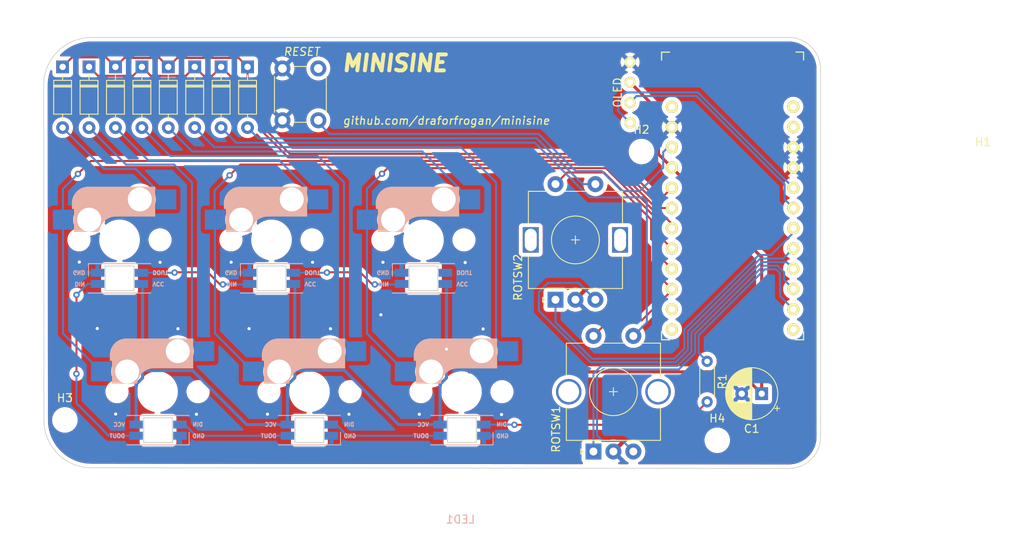
<source format=kicad_pcb>
(kicad_pcb (version 20211014) (generator pcbnew)
  (layers (0 "F.Cu" signal) (31 "B.Cu" signal) (34 "B.Paste" user) (35 "F.Paste" user) (36 "B.SilkS" user "B.Silkscreen") (37 "F.SilkS" user "F.Silkscreen") (38 "B.Mask" user) (39 "F.Mask" user) (44 "Edge.Cuts" user))
  (net 0 "")
  (net 1 "GND")
  (net 2 "Net-(LED4-Pad2)")
  (net 3 "Net-(LED1-Pad2)")
  (net 4 "Net-(LED2-Pad2)")
  (net 5 "Net-(LED3-Pad2)")
  (net 6 "SDA")
  (net 7 "SCL")
  (net 10 "Net-(LED5-Pad2)")
  (net 11 "r0")
  (net 12 "Net-(D1-Pad2)")
  (net 13 "Net-(D2-Pad2)")
  (net 15 "r1")
  (net 17 "Net-(D3-Pad2)")
  (net 18 "SK6812")
  (net 19 "rotarySwitchA_S1")
  (net 20 "Net-(D5-Pad2)")
  (net 21 "Net-(D6-Pad2)")
  (net 22 "rotarySwitchA_S2")
  (net 24 "RESET")
  (net 26 "c0")
  (net 27 "c1")
  (net 28 "switchA_pinB")
  (net 29 "switchA_pinA")
  (net 30 "switchB_pinB")
  (net 31 "switchB_pinA")
  (net 32 "Net-(D4-Pad2)")
  (net 33 "Net-(LED1-Pad4)")
  (net 34 "rotarySwitchB_S1")
  (net 35 "c2")
  (net 37 "+5V")
  (footprint "MountingHole:MountingHole_2.2mm_M2_ISO7380" (layer "F.Cu") (at 170.95 108.19)
    (fp_text reference "H3" (at 0 -2.75) (layer "F.SilkS"))
    (fp_text value "MountingHole")
    (pad "" np_thru_hole circle (at 0 0) (size 2.2 2.2) (drill 2.2) (layers *.Cu *.Mask))
  )
  (footprint "ziggys:ProMicro_v3.5 USB C" (layer "F.Cu") (at 254.65 83.378714)
    (fp_text reference "U1" hide)
    (fp_text value "ProMicro" hide)
    (pad "1" thru_hole circle (at 7.6114 -14.478) (size 1.524 1.524) (drill 0.8128) (layers *.Cu "F.SilkS" "B.Mask"))
    (pad "2" thru_hole circle (at 7.6114 -11.938) (size 1.524 1.524) (drill 0.8128) (layers *.Cu "F.SilkS" "B.Mask"))
    (pad "3" thru_hole circle (at 7.6114 -9.398) (size 1.524 1.524) (drill 0.8128) (layers *.Cu "F.SilkS" "B.Mask") (net 1 "GND"))
    (pad "4" thru_hole circle (at 7.6114 -6.858) (size 1.524 1.524) (drill 0.8128) (layers *.Cu "F.SilkS" "B.Mask") (net 1 "GND"))
    (pad "5" thru_hole circle (at 7.6114 -4.318) (size 1.524 1.524) (drill 0.8128) (layers *.Cu "F.SilkS" "B.Mask") (net 6 "SDA"))
    (pad "6" thru_hole circle (at 7.6114 -1.778) (size 1.524 1.524) (drill 0.8128) (layers *.Cu "F.SilkS" "B.Mask") (net 7 "SCL"))
    (pad "7" thru_hole circle (at 7.6114 0.762) (size 1.524 1.524) (drill 0.8128) (layers *.Cu "F.SilkS" "B.Mask") (net 29 "switchA_pinA"))
    (pad "8" thru_hole circle (at 7.6114 3.302) (size 1.524 1.524) (drill 0.8128) (layers *.Cu "F.SilkS" "B.Mask") (net 28 "switchA_pinB"))
    (pad "9" thru_hole circle (at 7.6114 5.842) (size 1.524 1.524) (drill 0.8128) (layers *.Cu "F.SilkS" "B.Mask") (net 31 "switchB_pinA"))
    (pad "10" thru_hole circle (at 7.6114 8.382) (size 1.524 1.524) (drill 0.8128) (layers *.Cu "F.SilkS" "B.Mask") (net 30 "switchB_pinB"))
    (pad "11" thru_hole circle (at 7.6114 10.922) (size 1.524 1.524) (drill 0.8128) (layers *.Cu "F.SilkS" "B.Mask") (net 18 "SK6812"))
    (pad "12" thru_hole circle (at 7.6114 13.462) (size 1.524 1.524) (drill 0.8128) (layers *.Cu "F.SilkS" "B.Mask"))
    (pad "13" thru_hole circle (at -7.6086 13.462) (size 1.524 1.524) (drill 0.8128) (layers *.Cu "F.SilkS" "B.Mask"))
    (pad "14" thru_hole circle (at -7.6086 10.922) (size 1.524 1.524) (drill 0.8128) (layers *.Cu "F.SilkS" "B.Mask"))
    (pad "15" thru_hole circle (at -7.6086 8.382) (size 1.524 1.524) (drill 0.8128) (layers *.Cu "F.SilkS" "B.Mask") (net 22 "rotarySwitchA_S2"))
    (pad "16" thru_hole circle (at -7.6086 5.842) (size 1.524 1.524) (drill 0.8128) (layers *.Cu "F.SilkS" "B.Mask") (net 35 "c2"))
    (pad "17" thru_hole circle (at -7.6086 3.302) (size 1.524 1.524) (drill 0.8128) (layers *.Cu "F.SilkS" "B.Mask") (net 27 "c1"))
    (pad "18" thru_hole circle (at -7.6086 0.762) (size 1.524 1.524) (drill 0.8128) (layers *.Cu "F.SilkS" "B.Mask") (net 26 "c0"))
    (pad "19" thru_hole circle (at -7.6086 -1.778) (size 1.524 1.524) (drill 0.8128) (layers *.Cu "F.SilkS" "B.Mask") (net 15 "r1"))
    (pad "20" thru_hole circle (at -7.6086 -4.318) (size 1.524 1.524) (drill 0.8128) (layers *.Cu "F.SilkS" "B.Mask") (net 11 "r0"))
    (pad "21" thru_hole circle (at -7.6086 -6.858) (size 1.524 1.524) (drill 0.8128) (layers *.Cu "F.SilkS" "B.Mask") (net 37 "+5V"))
    (pad "22" thru_hole circle (at -7.6086 -9.398) (size 1.524 1.524) (drill 0.8128) (layers *.Cu "F.SilkS" "B.Mask") (net 24 "RESET"))
    (pad "23" thru_hole circle (at -7.6086 -11.938) (size 1.524 1.524) (drill 0.8128) (layers *.Cu "F.SilkS" "B.Mask") (net 1 "GND"))
    (pad "24" thru_hole circle (at -7.6086 -14.478) (size 1.524 1.524) (drill 0.8128) (layers *.Cu "F.SilkS" "B.Mask"))
  )
  (footprint "ziggys:DIODE NO K" (layer "F.Cu") (at 187.224714 63.89 -90)
    (fp_text reference "D6" hide)
    (fp_text value "D")
    (pad "1" thru_hole rect (at 0 0 270) (size 1.6 1.6) (drill 0.8) (layers *.Cu *.Mask) (net 15 "r1"))
    (pad "2" thru_hole oval (at 7.62 0 270) (size 1.6 1.6) (drill 0.8) (layers *.Cu *.Mask) (net 21 "Net-(D6-Pad2)"))
  )
  (footprint "Button_Switch_THT:SW_PUSH_6mm" (layer "F.Cu") (at 202.72 64.09 -90)
    (fp_text reference "RESET" (at -2.1 2.07) (layer "F.SilkS") (effects (font (thickness 0.15) italic)))
    (fp_text value "SW_Push")
    (pad "1" thru_hole circle (at 6.5 0) (size 2 2) (drill 1.1) (layers *.Cu *.Mask) (net 24 "RESET"))
    (pad "1" thru_hole circle (at 0 0) (size 2 2) (drill 1.1) (layers *.Cu *.Mask) (net 24 "RESET"))
    (pad "2" thru_hole circle (at 0 4.5) (size 2 2) (drill 1.1) (layers *.Cu *.Mask) (net 1 "GND"))
    (pad "2" thru_hole circle (at 6.5 4.5) (size 2 2) (drill 1.1) (layers *.Cu *.Mask) (net 1 "GND"))
  )
  (footprint "kicad-footprints:CherryMX_Hotswap" (layer "F.Cu") (at 220.6625 104.648)
    (fp_text reference "MX6" hide)
    (fp_text value "MX-NoLED" hide)
    (pad "" np_thru_hole circle locked (at 2.54 -5.08) (size 3 3) (drill 3) (layers *.Cu *.Mask))
    (pad "" np_thru_hole circle locked (at 5.08 0) (size 1.9 1.9) (drill 1.9) (layers *.Cu *.Mask))
    (pad "" np_thru_hole circle locked (at 0 0 90) (size 4.1 4.1) (drill 4.1) (layers *.Cu *.Mask))
    (pad "" np_thru_hole circle locked (at -3.81 -2.54) (size 3 3) (drill 3) (layers *.Cu *.Mask))
    (pad "" np_thru_hole circle locked (at -5.08 0) (size 1.9 1.9) (drill 1.9) (layers *.Cu *.Mask))
    (pad "1" smd rect locked (at -7.085 -2.54 180) (size 2.55 2.5) (layers "B.Cu" "B.Paste" "B.Mask") (net 35 "c2"))
    (pad "2" smd rect locked (at 5.842 -5.08 180) (size 2.55 2.5) (layers "B.Cu" "B.Paste" "B.Mask") (net 21 "Net-(D6-Pad2)"))
  )
  (footprint "kicad-footprints:CherryMX_Hotswap" (layer "F.Cu") (at 182.5625 104.648)
    (fp_text reference "MX2" hide)
    (fp_text value "MX-NoLED" hide)
    (pad "" np_thru_hole circle locked (at 2.54 -5.08) (size 3 3) (drill 3) (layers *.Cu *.Mask))
    (pad "" np_thru_hole circle locked (at -3.81 -2.54) (size 3 3) (drill 3) (layers *.Cu *.Mask))
    (pad "" np_thru_hole circle locked (at 0 0 90) (size 4.1 4.1) (drill 4.1) (layers *.Cu *.Mask))
    (pad "" np_thru_hole circle locked (at 5.08 0) (size 1.9 1.9) (drill 1.9) (layers *.Cu *.Mask))
    (pad "" np_thru_hole circle locked (at -5.08 0) (size 1.9 1.9) (drill 1.9) (layers *.Cu *.Mask))
    (pad "1" smd rect locked (at -7.085 -2.54 180) (size 2.55 2.5) (layers "B.Cu" "B.Paste" "B.Mask") (net 26 "c0"))
    (pad "2" smd rect locked (at 5.842 -5.08 180) (size 2.55 2.5) (layers "B.Cu" "B.Paste" "B.Mask") (net 13 "Net-(D2-Pad2)"))
  )
  (footprint "Rotary_Encoder:RotaryEncoder_Alps_EC11E-Switch_Vertical_H20mm" (layer "F.Cu") (at 232.45 93.102 90)
    (fp_text reference "ROTSW2" (at 2.8 -4.7 90) (layer "F.SilkS"))
    (fp_text value "RotaryEncoder_Switch")
    (pad "A" thru_hole rect (at 0 0 90) (size 2 2) (drill 1) (layers *.Cu *.Mask) (net 29 "switchA_pinA"))
    (pad "B" thru_hole circle (at 0 5 90) (size 2 2) (drill 1) (layers *.Cu *.Mask) (net 28 "switchA_pinB"))
    (pad "C" thru_hole circle (at 0 2.5 90) (size 2 2) (drill 1) (layers *.Cu *.Mask) (net 1 "GND"))
    (pad "MP" thru_hole rect (at 7.5 -3.1 90) (size 3.2 2) (drill oval 2.8 1.5) (layers *.Cu *.Mask))
    (pad "MP" thru_hole rect (at 7.5 8.1 90) (size 3.2 2) (drill oval 2.8 1.5) (layers *.Cu *.Mask))
    (pad "S1" thru_hole circle (at 14.5 5 90) (size 2 2) (drill 1) (layers *.Cu *.Mask) (net 19 "rotarySwitchA_S1"))
    (pad "S2" thru_hole circle (at 14.5 0 90) (size 2 2) (drill 1) (layers *.Cu *.Mask) (net 22 "rotarySwitchA_S2"))
  )
  (footprint "ziggys:DIODE NO K" (layer "F.Cu") (at 180.6 63.89 -90)
    (fp_text reference "D4" hide)
    (fp_text value "D")
    (pad "1" thru_hole rect (at 0 0 270) (size 1.6 1.6) (drill 0.8) (layers *.Cu *.Mask) (net 15 "r1"))
    (pad "2" thru_hole oval (at 7.62 0 270) (size 1.6 1.6) (drill 0.8) (layers *.Cu *.Mask) (net 32 "Net-(D4-Pad2)"))
  )
  (footprint "MountingHole:MountingHole_2.2mm_M2_ISO7380" (layer "F.Cu") (at 243.23 74.51)
    (fp_text reference "H2" (at 0 -2.75) (layer "F.SilkS"))
    (fp_text value "MountingHole")
    (pad "" np_thru_hole circle (at 0 0) (size 2.2 2.2) (drill 2.2) (layers *.Cu *.Mask))
  )
  (footprint "kicad-footprints:CherryMX_Hotswap" (layer "F.Cu") (at 177.8 85.598)
    (fp_text reference "MX1" hide)
    (fp_text value "MX-NoLED" hide)
    (pad "" np_thru_hole circle locked (at -3.81 -2.54) (size 3 3) (drill 3) (layers *.Cu *.Mask))
    (pad "" np_thru_hole circle locked (at 5.08 0) (size 1.9 1.9) (drill 1.9) (layers *.Cu *.Mask))
    (pad "" np_thru_hole circle locked (at 0 0 90) (size 4.1 4.1) (drill 4.1) (layers *.Cu *.Mask))
    (pad "" np_thru_hole circle locked (at -5.08 0) (size 1.9 1.9) (drill 1.9) (layers *.Cu *.Mask))
    (pad "" np_thru_hole circle locked (at 2.54 -5.08) (size 3 3) (drill 3) (layers *.Cu *.Mask))
    (pad "1" smd rect locked (at -7.085 -2.54 180) (size 2.55 2.5) (layers "B.Cu" "B.Paste" "B.Mask") (net 26 "c0"))
    (pad "2" smd rect locked (at 5.842 -5.08 180) (size 2.55 2.5) (layers "B.Cu" "B.Paste" "B.Mask") (net 12 "Net-(D1-Pad2)"))
  )
  (footprint "ziggys:DIODE NO K" (layer "F.Cu") (at 190.537071 63.89 -90)
    (fp_text reference "D7" hide)
    (fp_text value "D")
    (pad "1" thru_hole rect (at 0 0 270) (size 1.6 1.6) (drill 0.8) (layers *.Cu *.Mask) (net 15 "r1"))
    (pad "2" thru_hole oval (at 7.62 0 270) (size 1.6 1.6) (drill 0.8) (layers *.Cu *.Mask) (net 34 "rotarySwitchB_S1"))
  )
  (footprint "Capacitor_THT:CP_Radial_D6.3mm_P2.50mm" (layer "F.Cu") (at 258.3 104.9 180)
    (fp_text reference "C1" (at 1.25 -4.4) (layer "F.SilkS"))
    (fp_text value "C_Polarized")
    (pad "1" thru_hole rect (at 0 0 180) (size 1.6 1.6) (drill 0.8) (layers *.Cu *.Mask) (net 37 "+5V"))
    (pad "2" thru_hole circle (at 2.5 0 180) (size 1.6 1.6) (drill 0.8) (layers *.Cu *.Mask) (net 1 "GND"))
  )
  (footprint "ziggys:DIODE NO K" (layer "F.Cu") (at 183.912357 63.89 -90)
    (fp_text reference "D5" hide)
    (fp_text value "D")
    (pad "1" thru_hole rect (at 0 0 270) (size 1.6 1.6) (drill 0.8) (layers *.Cu *.Mask) (net 11 "r0"))
    (pad "2" thru_hole oval (at 7.62 0 270) (size 1.6 1.6) (drill 0.8) (layers *.Cu *.Mask) (net 20 "Net-(D5-Pad2)"))
  )
  (footprint "Rotary_Encoder:RotaryEncoder_Alps_EC11E-Switch_Vertical_H20mm_CircularMountingHoles" (layer "F.Cu") (at 237.2125 112.152 90)
    (fp_text reference "ROTSW1" (at 2.8 -4.7 90) (layer "F.SilkS"))
    (fp_text value "RotaryEncoder_Switch")
    (pad "A" thru_hole rect (at 0 0 90) (size 2 2) (drill 1) (layers *.Cu *.Mask) (net 31 "switchB_pinA"))
    (pad "B" thru_hole circle (at 0 5 90) (size 2 2) (drill 1) (layers *.Cu *.Mask) (net 30 "switchB_pinB"))
    (pad "C" thru_hole circle (at 0 2.5 90) (size 2 2) (drill 1) (layers *.Cu *.Mask) (net 1 "GND"))
    (pad "MP" thru_hole circle (at 7.5 -3.1 90) (size 3.2 3.2) (drill 2.6) (layers *.Cu *.Mask))
    (pad "MP" thru_hole circle (at 7.5 8.1 90) (size 3.2 3.2) (drill 2.6) (layers *.Cu *.Mask))
    (pad "S1" thru_hole circle (at 14.5 5 90) (size 2 2) (drill 1) (layers *.Cu *.Mask) (net 34 "rotarySwitchB_S1"))
    (pad "S2" thru_hole circle (at 14.5 0 90) (size 2 2) (drill 1) (layers *.Cu *.Mask) (net 22 "rotarySwitchA_S2"))
  )
  (footprint "MountingHole:MountingHole_2.2mm_M2_ISO7380" (layer "F.Cu") (at 286.045 76.075)
    (fp_text reference "H1" (at 0 -2.75) (layer "F.SilkS"))
    (fp_text value "MountingHole")
    (pad "" np_thru_hole circle (at 0 0) (size 2.2 2.2) (drill 2.2) (layers *.Cu *.Mask))
  )
  (footprint "kicad-footprints:CherryMX_Hotswap" (layer "F.Cu") (at 196.85 85.598)
    (fp_text reference "MX3" hide)
    (fp_text value "MX-NoLED" hide)
    (pad "" np_thru_hole circle locked (at -3.81 -2.54) (size 3 3) (drill 3) (layers *.Cu *.Mask))
    (pad "" np_thru_hole circle locked (at -5.08 0) (size 1.9 1.9) (drill 1.9) (layers *.Cu *.Mask))
    (pad "" np_thru_hole circle locked (at 0 0 90) (size 4.1 4.1) (drill 4.1) (layers *.Cu *.Mask))
    (pad "" np_thru_hole circle locked (at 2.54 -5.08) (size 3 3) (drill 3) (layers *.Cu *.Mask))
    (pad "" np_thru_hole circle locked (at 5.08 0) (size 1.9 1.9) (drill 1.9) (layers *.Cu *.Mask))
    (pad "1" smd rect locked (at -7.085 -2.54 180) (size 2.55 2.5) (layers "B.Cu" "B.Paste" "B.Mask") (net 27 "c1"))
    (pad "2" smd rect locked (at 5.842 -5.08 180) (size 2.55 2.5) (layers "B.Cu" "B.Paste" "B.Mask") (net 17 "Net-(D3-Pad2)"))
  )
  (footprint "Resistor_THT:R_Axial_DIN0204_L3.6mm_D1.6mm_P5.08mm_Horizontal" (layer "F.Cu") (at 251.46 100.838 -90)
    (fp_text reference "R1" (at 2.54 -1.92 90) (layer "F.SilkS"))
    (fp_text value "330")
    (pad "1" thru_hole circle (at 0 0 270) (size 1.4 1.4) (drill 0.7) (layers *.Cu *.Mask) (net 18 "SK6812"))
    (pad "2" thru_hole oval (at 5.08 0 270) (size 1.4 1.4) (drill 0.7) (layers *.Cu *.Mask) (net 33 "Net-(LED1-Pad4)"))
  )
  (footprint "kicad-footprints:CherryMX_Hotswap" (layer "F.Cu") (at 215.9 85.598)
    (fp_text reference "MX5" hide)
    (fp_text value "MX-NoLED" hide)
    (pad "" np_thru_hole circle locked (at -3.81 -2.54) (size 3 3) (drill 3) (layers *.Cu *.Mask))
    (pad "" np_thru_hole circle locked (at 2.54 -5.08) (size 3 3) (drill 3) (layers *.Cu *.Mask))
    (pad "" np_thru_hole circle locked (at 0 0 90) (size 4.1 4.1) (drill 4.1) (layers *.Cu *.Mask))
    (pad "" np_thru_hole circle locked (at 5.08 0) (size 1.9 1.9) (drill 1.9) (layers *.Cu *.Mask))
    (pad "" np_thru_hole circle locked (at -5.08 0) (size 1.9 1.9) (drill 1.9) (layers *.Cu *.Mask))
    (pad "1" smd rect locked (at -7.085 -2.54 180) (size 2.55 2.5) (layers "B.Cu" "B.Paste" "B.Mask") (net 35 "c2"))
    (pad "2" smd rect locked (at 5.842 -5.08 180) (size 2.55 2.5) (layers "B.Cu" "B.Paste" "B.Mask") (net 20 "Net-(D5-Pad2)"))
  )
  (footprint "kicad-footprints:CherryMX_Hotswap" (layer "F.Cu") (at 201.6125 104.648)
    (fp_text reference "MX4" hide)
    (fp_text value "MX-NoLED" hide)
    (pad "" np_thru_hole circle locked (at -3.81 -2.54) (size 3 3) (drill 3) (layers *.Cu *.Mask))
    (pad "" np_thru_hole circle locked (at -5.08 0) (size 1.9 1.9) (drill 1.9) (layers *.Cu *.Mask))
    (pad "" np_thru_hole circle locked (at 5.08 0) (size 1.9 1.9) (drill 1.9) (layers *.Cu *.Mask))
    (pad "" np_thru_hole circle locked (at 2.54 -5.08) (size 3 3) (drill 3) (layers *.Cu *.Mask))
    (pad "" np_thru_hole circle locked (at 0 0 90) (size 4.1 4.1) (drill 4.1) (layers *.Cu *.Mask))
    (pad "1" smd rect locked (at -7.085 -2.54 180) (size 2.55 2.5) (layers "B.Cu" "B.Paste" "B.Mask") (net 27 "c1"))
    (pad "2" smd rect locked (at 5.842 -5.08 180) (size 2.55 2.5) (layers "B.Cu" "B.Paste" "B.Mask") (net 32 "Net-(D4-Pad2)"))
  )
  (footprint "ziggys:DIODE NO K" (layer "F.Cu") (at 173.975286 63.89 -90)
    (fp_text reference "D2" hide)
    (fp_text value "D")
    (pad "1" thru_hole rect (at 0 0 270) (size 1.6 1.6) (drill 0.8) (layers *.Cu *.Mask) (net 15 "r1"))
    (pad "2" thru_hole oval (at 7.62 0 270) (size 1.6 1.6) (drill 0.8) (layers *.Cu *.Mask) (net 13 "Net-(D2-Pad2)"))
  )
  (footprint "MountingHole:MountingHole_2.2mm_M2_ISO7380" (layer "F.Cu") (at 252.73 110.744)
    (fp_text reference "H4" (at 0 -2.75) (layer "F.SilkS"))
    (fp_text value "MountingHole")
    (pad "" np_thru_hole circle (at 0 0) (size 2.2 2.2) (drill 2.2) (layers *.Cu *.Mask))
  )
  (footprint "ziggys:DIODE NO K" (layer "F.Cu") (at 170.662929 63.89 -90)
    (fp_text reference "D1" hide)
    (fp_text value "D")
    (pad "1" thru_hole rect (at 0 0 270) (size 1.6 1.6) (drill 0.8) (layers *.Cu *.Mask) (net 11 "r0"))
    (pad "2" thru_hole oval (at 7.62 0 270) (size 1.6 1.6) (drill 0.8) (layers *.Cu *.Mask) (net 12 "Net-(D1-Pad2)"))
  )
  (footprint "ziggys:DIODE NO K" (layer "F.Cu") (at 177.287643 63.89 -90)
    (fp_text reference "D3" hide)
    (fp_text value "D")
    (pad "1" thru_hole rect (at 0 0 270) (size 1.6 1.6) (drill 0.8) (layers *.Cu *.Mask) (net 11 "r0"))
    (pad "2" thru_hole oval (at 7.62 0 270) (size 1.6 1.6) (drill 0.8) (layers *.Cu *.Mask) (net 17 "Net-(D3-Pad2)"))
  )
  (footprint "kicad-footprints:OLED_v2" (layer "F.Cu") (at 241.8 67.1 90)
    (fp_text reference "OL1")
    (fp_text value "OLED" hide)
    (fp_text user "OLED" (at 0 -1.55 90) (layer "F.SilkS"))
    (pad "1" thru_hole circle locked (at -3.81 0 90) (size 1.397 1.397) (drill 0.8128) (layers *.Cu "F.SilkS" "B.Mask") (net 6 "SDA"))
    (pad "2" thru_hole circle locked (at -1.27 0 90) (size 1.397 1.397) (drill 0.8128) (layers *.Cu "F.SilkS" "B.Mask") (net 7 "SCL"))
    (pad "3" thru_hole circle locked (at 1.27 0 90) (size 1.397 1.397) (drill 0.8128) (layers *.Cu "F.SilkS" "B.Mask") (net 37 "+5V"))
    (pad "4" thru_hole circle locked (at 3.81 0 90) (size 1.397 1.397) (drill 0.8128) (layers *.Cu "F.SilkS" "B.Mask") (net 1 "GND"))
  )
  (footprint "ziggys:DIODE NO K" (layer "F.Cu") (at 193.849433 63.89 -90)
    (fp_text reference "D8" hide)
    (fp_text value "D")
    (pad "1" thru_hole rect (at 0 0 270) (size 1.6 1.6) (drill 0.8) (layers *.Cu *.Mask) (net 11 "r0"))
    (pad "2" thru_hole oval (at 7.62 0 270) (size 1.6 1.6) (drill 0.8) (layers *.Cu *.Mask) (net 19 "rotarySwitchA_S1"))
  )
  (footprint "kicad-footprints:YS-SK6812MINI-E" (layer "B.Cu") (at 201.6 109.474 180)
    (fp_text reference "LED2" hide)
    (fp_text value "YS-SK6812MINI-E")
    (fp_text user "VCC" (at 4.865824 0.70055 unlocked) (layer "B.SilkS") (effects (font (size 0.5 0.5) (thickness 0.125)) (justify mirror)))
    (fp_text user "DOUT" (at 5.116021 -0.72557 unlocked) (layer "B.SilkS") (effects (font (size 0.5 0.5) (thickness 0.125)) (justify mirror)))
    (fp_text user "GND" (at -5.08 -0.736676 unlocked) (layer "B.SilkS") (effects (font (size 0.5 0.5) (thickness 0.125)) (justify mirror)))
    (fp_text user "DIN" (at -4.979418 0.71306 unlocked) (layer "B.SilkS") (effects (font (size 0.5 0.5) (thickness 0.125)) (justify mirror)))
    (fp_line (start 1.8 -1.55) (end 1.8 1.55) (layer "Edge.Cuts") (width 0.12))
    (fp_line (start -1.8 -1.55) (end 1.8 -1.55) (layer "Edge.Cuts") (width 0.12))
    (fp_line (start 1.8 1.55) (end -1.8 1.55) (layer "Edge.Cuts") (width 0.12))
    (fp_line (start -1.8 1.55) (end -1.8 -1.55) (layer "Edge.Cuts") (width 0.12))
    (pad "1" smd rect (at 2.75 0.7 180) (size 1.7 1) (layers "B.Cu" "B.Paste" "B.Mask") (net 37 "+5V"))
    (pad "2" smd rect (at 2.75 -0.7 180) (size 1.7 1) (layers "B.Cu" "B.Paste" "B.Mask") (net 4 "Net-(LED2-Pad2)"))
    (pad "3" smd rect (at -2.75 -0.7 180) (size 1.7 1) (layers "B.Cu" "B.Paste" "B.Mask") (net 1 "GND"))
    (pad "4" smd rect (at -2.75 0.7 180) (size 1.7 1) (layers "B.Cu" "B.Paste" "B.Mask") (net 3 "Net-(LED1-Pad2)"))
  )
  (footprint "kicad-footprints:YS-SK6812MINI-E" (layer "B.Cu") (at 182.626 109.474 180)
    (fp_text reference "LED3" hide)
    (fp_text value "YS-SK6812MINI-E")
    (fp_text user "DIN" (at -4.979418 0.71306 unlocked) (layer "B.SilkS") (effects (font (size 0.5 0.5) (thickness 0.125)) (justify mirror)))
    (fp_text user "DOUT" (at 5.116021 -0.72557 unlocked) (layer "B.SilkS") (effects (font (size 0.5 0.5) (thickness 0.125)) (justify mirror)))
    (fp_text user "GND" (at -5.08 -0.736676 unlocked) (layer "B.SilkS") (effects (font (size 0.5 0.5) (thickness 0.125)) (justify mirror)))
    (fp_text user "VCC" (at 4.865824 0.70055 unlocked) (layer "B.SilkS") (effects (font (size 0.5 0.5) (thickness 0.125)) (justify mirror)))
    (fp_line (start -1.8 1.55) (end -1.8 -1.55) (layer "Edge.Cuts") (width 0.12))
    (fp_line (start -1.8 -1.55) (end 1.8 -1.55) (layer "Edge.Cuts") (width 0.12))
    (fp_line (start 1.8 -1.55) (end 1.8 1.55) (layer "Edge.Cuts") (width 0.12))
    (fp_line (start 1.8 1.55) (end -1.8 1.55) (layer "Edge.Cuts") (width 0.12))
    (pad "1" smd rect (at 2.75 0.7 180) (size 1.7 1) (layers "B.Cu" "B.Paste" "B.Mask") (net 37 "+5V"))
    (pad "2" smd rect (at 2.75 -0.7 180) (size 1.7 1) (layers "B.Cu" "B.Paste" "B.Mask") (net 5 "Net-(LED3-Pad2)"))
    (pad "3" smd rect (at -2.75 -0.7 180) (size 1.7 1) (layers "B.Cu" "B.Paste" "B.Mask") (net 1 "GND"))
    (pad "4" smd rect (at -2.75 0.7 180) (size 1.7 1) (layers "B.Cu" "B.Paste" "B.Mask") (net 4 "Net-(LED2-Pad2)"))
  )
  (footprint "kicad-footprints:YS-SK6812MINI-E" (layer "B.Cu") (at 196.85 90.424)
    (fp_text reference "LED5" hide)
    (fp_text value "YS-SK6812MINI-E")
    (fp_text user "GND" (at -5.08 -0.736676 180 unlocked) (layer "B.SilkS") (effects (font (size 0.5 0.5) (thickness 0.125)) (justify mirror)))
    (fp_text user "DOUT" (at 5.116021 -0.72557 180 unlocked) (layer "B.SilkS") (effects (font (size 0.5 0.5) (thickness 0.125)) (justify mirror)))
    (fp_text user "VCC" (at 4.865824 0.70055 180 unlocked) (layer "B.SilkS") (effects (font (size 0.5 0.5) (thickness 0.125)) (justify mirror)))
    (fp_text user "DIN" (at -4.979418 0.71306 180 unlocked) (layer "B.SilkS") (effects (font (size 0.5 0.5) (thickness 0.125)) (justify mirror)))
    (fp_line (start -1.8 1.55) (end -1.8 -1.55) (layer "Edge.Cuts") (width 0.12))
    (fp_line (start 1.8 -1.55) (end 1.8 1.55) (layer "Edge.Cuts") (width 0.12))
    (fp_line (start -1.8 -1.55) (end 1.8 -1.55) (layer "Edge.Cuts") (width 0.12))
    (fp_line (start 1.8 1.55) (end -1.8 1.55) (layer "Edge.Cuts") (width 0.12))
    (pad "1" smd rect (at 2.75 0.7) (size 1.7 1) (layers "B.Cu" "B.Paste" "B.Mask") (net 37 "+5V"))
    (pad "2" smd rect (at 2.75 -0.7) (size 1.7 1) (layers "B.Cu" "B.Paste" "B.Mask") (net 10 "Net-(LED5-Pad2)"))
    (pad "3" smd rect (at -2.75 -0.7) (size 1.7 1) (layers "B.Cu" "B.Paste" "B.Mask") (net 1 "GND"))
    (pad "4" smd rect (at -2.75 0.7) (size 1.7 1) (layers "B.Cu" "B.Paste" "B.Mask") (net 2 "Net-(LED4-Pad2)"))
  )
  (footprint "kicad-footprints:YS-SK6812MINI-E" (layer "B.Cu") (at 215.9 90.424)
    (fp_text reference "LED6" hide)
    (fp_text value "YS-SK6812MINI-E")
    (fp_text user "DOUT" (at 5.116021 -0.72557 180 unlocked) (layer "B.SilkS") (effects (font (size 0.5 0.5) (thickness 0.125)) (justify mirror)))
    (fp_text user "DIN" (at -4.979418 0.71306 180 unlocked) (layer "B.SilkS") (effects (font (size 0.5 0.5) (thickness 0.125)) (justify mirror)))
    (fp_text user "GND" (at -5.08 -0.736676 180 unlocked) (layer "B.SilkS") (effects (font (size 0.5 0.5) (thickness 0.125)) (justify mirror)))
    (fp_text user "VCC" (at 4.865824 0.70055 180 unlocked) (layer "B.SilkS") (effects (font (size 0.5 0.5) (thickness 0.125)) (justify mirror)))
    (fp_line (start 1.8 -1.55) (end 1.8 1.55) (layer "Edge.Cuts") (width 0.12))
    (fp_line (start -1.8 1.55) (end -1.8 -1.55) (layer "Edge.Cuts") (width 0.12))
    (fp_line (start -1.8 -1.55) (end 1.8 -1.55) (layer "Edge.Cuts") (width 0.12))
    (fp_line (start 1.8 1.55) (end -1.8 1.55) (layer "Edge.Cuts") (width 0.12))
    (pad "1" smd rect (at 2.75 0.7) (size 1.7 1) (layers "B.Cu" "B.Paste" "B.Mask") (net 37 "+5V"))
    (pad "2" smd rect (at 2.75 -0.7) (size 1.7 1) (layers "B.Cu" "B.Paste" "B.Mask"))
    (pad "3" smd rect (at -2.75 -0.7) (size 1.7 1) (layers "B.Cu" "B.Paste" "B.Mask") (net 1 "GND"))
    (pad "4" smd rect (at -2.75 0.7) (size 1.7 1) (layers "B.Cu" "B.Paste" "B.Mask") (net 10 "Net-(LED5-Pad2)"))
  )
  (footprint "kicad-footprints:YS-SK6812MINI-E" (layer "B.Cu") (at 220.726 109.474 180)
    (fp_text reference "LED1" (at 0.2 -11.2) (layer "B.SilkS") (effects (justify mirror)))
    (fp_text value "YS-SK6812MINI-E")
    (fp_text user "DIN" (at -4.979418 0.71306 unlocked) (layer "B.SilkS") (effects (font (size 0.5 0.5) (thickness 0.125)) (justify mirror)))
    (fp_text user "GND" (at -5.08 -0.736676 unlocked) (layer "B.SilkS") (effects (font (size 0.5 0.5) (thickness 0.125)) (justify mirror)))
    (fp_text user "DOUT" (at 5.116021 -0.72557 unlocked) (layer "B.SilkS") (effects (font (size 0.5 0.5) (thickness 0.125)) (justify mirror)))
    (fp_text user "VCC" (at 4.865824 0.70055 unlocked) (layer "B.SilkS") (effects (font (size 0.5 0.5) (thickness 0.125)) (justify mirror)))
    (fp_line (start -1.8 -1.55) (end 1.8 -1.55) (layer "Edge.Cuts") (width 0.12))
    (fp_line (start 1.8 -1.55) (end 1.8 1.55) (layer "Edge.Cuts") (width 0.12))
    (fp_line (start 1.8 1.55) (end -1.8 1.55) (layer "Edge.Cuts") (width 0.12))
    (fp_line (start -1.8 1.55) (end -1.8 -1.55) (layer "Edge.Cuts") (width 0.12))
    (pad "1" smd rect (at 2.75 0.7 180) (size 1.7 1) (layers "B.Cu" "B.Paste" "B.Mask") (net 37 "+5V"))
    (pad "2" smd rect (at 2.75 -0.7 180) (size 1.7 1) (layers "B.Cu" "B.Paste" "B.Mask") (net 3 "Net-(LED1-Pad2)"))
    (pad "3" smd rect (at -2.75 -0.7 180) (size 1.7 1) (layers "B.Cu" "B.Paste" "B.Mask") (net 1 "GND"))
    (pad "4" smd rect (at -2.75 0.7 180) (size 1.7 1) (layers "B.Cu" "B.Paste" "B.Mask") (net 33 "Net-(LED1-Pad4)"))
  )
  (footprint "kicad-footprints:YS-SK6812MINI-E" (layer "B.Cu") (at 177.8 90.424)
    (fp_text reference "LED4" hide)
    (fp_text value "YS-SK6812MINI-E")
    (fp_text user "DOUT" (at 5.116021 -0.72557 180 unlocked) (layer "B.SilkS") (effects (font (size 0.5 0.5) (thickness 0.125)) (justify mirror)))
    (fp_text user "DIN" (at -4.979418 0.71306 180 unlocked) (layer "B.SilkS") (effects (font (size 0.5 0.5) (thickness 0.125)) (justify mirror)))
    (fp_text user "GND" (at -5.08 -0.736676 180 unlocked) (layer "B.SilkS") (effects (font (size 0.5 0.5) (thickness 0.125)) (justify mirror)))
    (fp_text user "VCC" (at 4.865824 0.70055 180 unlocked) (layer "B.SilkS") (effects (font (size 0.5 0.5) (thickness 0.125)) (justify mirror)))
    (fp_line (start -1.8 -1.55) (end 1.8 -1.55) (layer "Edge.Cuts") (width 0.12))
    (fp_line (start 1.8 1.55) (end -1.8 1.55) (layer "Edge.Cuts") (width 0.12))
    (fp_line (start -1.8 1.55) (end -1.8 -1.55) (layer "Edge.Cuts") (width 0.12))
    (fp_line (start 1.8 -1.55) (end 1.8 1.55) (layer "Edge.Cuts") (width 0.12))
    (pad "1" smd rect (at 2.75 0.7) (size 1.7 1) (layers "B.Cu" "B.Paste" "B.Mask") (net 37 "+5V"))
    (pad "2" smd rect (at 2.75 -0.7) (size 1.7 1) (layers "B.Cu" "B.Paste" "B.Mask") (net 2 "Net-(LED4-Pad2)"))
    (pad "3" smd rect (at -2.75 -0.7) (size 1.7 1) (layers "B.Cu" "B.Paste" "B.Mask") (net 1 "GND"))
    (pad "4" smd rect (at -2.75 0.7) (size 1.7 1) (layers "B.Cu" "B.Paste" "B.Mask") (net 5 "Net-(LED3-Pad2)"))
  )
  (gr_arc (start 265.683999 110.236) (mid 264.507005 113.119491) (end 261.61516 114.275808) (layer "Edge.Cuts") (width 0.1))
  (gr_arc (start 168.29 66.21) (mid 170.048821 61.955886) (end 174.304151 60.200009) (layer "Edge.Cuts") (width 0.1))
  (gr_line (start 168.29 66.21) (end 168.320004 108.20894) (layer "Edge.Cuts") (width 0.1))
  (gr_line (start 174.304151 60.200009) (end 261.69 60.2) (layer "Edge.Cuts") (width 0.1))
  (gr_line (start 265.679885 64.220303) (end 265.683999 110.236) (layer "Edge.Cuts") (width 0.1))
  (gr_line (start 261.61516 114.275808) (end 174.3 114.189999) (layer "Edge.Cuts") (width 0.1))
  (gr_arc (start 174.3 114.189999) (mid 170.065245 112.444005) (end 168.320004 108.20894) (layer "Edge.Cuts") (width 0.1))
  (gr_arc (start 261.69 60.2) (mid 264.52205 61.379378) (end 265.679885 64.220303) (layer "Edge.Cuts") (width 0.1))
  (gr_text "github.com/draforfrogan/minisine" (at 218.78 70.64) (layer "F.SilkS") (effects (font (size 1 1) (thickness 0.15) italic)))
  (gr_text "MINISINE" (at 212.33 63.43) (layer "F.SilkS") (effects (font (size 2 2) (thickness 0.5) italic)))
  (via (at 191.79 88.4) (size 0.8) (drill 0.4) (layers "F.Cu" "B.Cu") (net 1))
  (via (at 182.88 88.41) (size 0.8) (drill 0.4) (layers "F.Cu" "B.Cu") (net 1))
  (via (at 223.375 96.78) (size 0.8) (drill 0.4) (layers "F.Cu" "B.Cu") (net 1))
  (via (at 206.56 107.48) (size 0.8) (drill 0.4) (layers "F.Cu" "B.Cu") (net 1))
  (via (at 196.35 107.47) (size 0.8) (drill 0.4) (layers "F.Cu" "B.Cu") (net 1))
  (via (at 175.005 96.72) (size 0.8) (drill 0.4) (layers "F.Cu" "B.Cu") (net 1))
  (via (at 210.82 88.41) (size 0.8) (drill 0.4) (layers "F.Cu" "B.Cu") (net 1))
  (via (at 225.69 107.51) (size 0.8) (drill 0.4) (layers "F.Cu" "B.Cu") (net 1))
  (via (at 215.38 107.48) (size 0.8) (drill 0.4) (layers "F.Cu" "B.Cu") (net 1))
  (via (at 221.13 88.44) (size 0.8) (drill 0.4) (layers "F.Cu" "B.Cu") (net 1))
  (via (at 177.32 107.45) (size 0.8) (drill 0.4) (layers "F.Cu" "B.Cu") (net 1))
  (via (at 202 88.41) (size 0.8) (drill 0.4) (layers "F.Cu" "B.Cu") (net 1))
  (via (at 210.566 94.996) (size 0.8) (drill 0.4) (layers "F.Cu" "B.Cu") (net 1))
  (via (at 185.125 96.75) (size 0.8) (drill 0.4) (layers "F.Cu" "B.Cu") (net 1))
  (via (at 187.44 107.48) (size 0.8) (drill 0.4) (layers "F.Cu" "B.Cu") (net 1))
  (via (at 172.76 88.38) (size 0.8) (drill 0.4) (layers "F.Cu" "B.Cu") (net 1))
  (via (at 194.035 96.74) (size 0.8) (drill 0.4) (layers "F.Cu" "B.Cu") (net 1))
  (via (at 204.245 96.75) (size 0.8) (drill 0.4) (layers "F.Cu" "B.Cu") (net 1))
  (segment (start 190.754 91.186) (end 190.386 91.186) (width 0.25) (layer "F.Cu") (net 2))
  (segment (start 190.386 91.186) (end 188.862 89.662) (width 0.25) (layer "F.Cu") (net 2))
  (segment (start 188.862 89.662) (end 184.738 89.662) (width 0.25) (layer "F.Cu") (net 2))
  (segment (start 184.738 89.662) (end 184.7 89.7) (width 0.25) (layer "F.Cu") (net 2))
  (via (at 190.754 91.186) (size 0.8) (drill 0.4) (layers "F.Cu" "B.Cu") (net 2))
  (via (at 184.7 89.7) (size 0.8) (drill 0.4) (layers "F.Cu" "B.Cu") (net 2))
  (segment (start 190.754 91.186) (end 194.038 91.186) (width 0.25) (layer "B.Cu") (net 2))
  (segment (start 194.038 91.186) (end 194.1 91.124) (width 0.25) (layer "B.Cu") (net 2))
  (segment (start 184.676 89.724) (end 184.7 89.7) (width 0.25) (layer "B.Cu") (net 2))
  (segment (start 180.55 89.724) (end 184.676 89.724) (width 0.25) (layer "B.Cu") (net 2))
  (segment (start 206.349022 110.174) (end 204.949022 108.774) (width 0.25) (layer "B.Cu") (net 3))
  (segment (start 217.976 110.174) (end 206.349022 110.174) (width 0.25) (layer "B.Cu") (net 3))
  (segment (start 187.375022 110.174) (end 185.975022 108.774) (width 0.25) (layer "B.Cu") (net 4))
  (segment (start 198.85 110.174) (end 187.375022 110.174) (width 0.25) (layer "B.Cu") (net 4))
  (segment (start 172.4 102.4) (end 172.4 92.5) (width 0.25) (layer "F.Cu") (net 5))
  (via (at 172.4 102.4) (size 0.8) (drill 0.4) (layers "F.Cu" "B.Cu") (net 5))
  (via (at 172.4 92.5) (size 0.8) (drill 0.4) (layers "F.Cu" "B.Cu") (net 5))
  (segment (start 179.876 110.174) (end 176.437386 110.174) (width 0.25) (layer "B.Cu") (net 5))
  (segment (start 176.437386 110.174) (end 175.763489 109.500103) (width 0.25) (layer "B.Cu") (net 5))
  (segment (start 172.4 106.1) (end 172.4 102.4) (width 0.25) (layer "B.Cu") (net 5))
  (segment (start 173.776 91.124) (end 175.05 91.124) (width 0.25) (layer "B.Cu") (net 5))
  (segment (start 175.763489 109.500103) (end 175.763489 109.463489) (width 0.25) (layer "B.Cu") (net 5))
  (segment (start 175.763489 109.463489) (end 172.4 106.1) (width 0.25) (layer "B.Cu") (net 5))
  (segment (start 172.4 92.5) (end 173.776 91.124) (width 0.25) (layer "B.Cu") (net 5))
  (segment (start 241.07 67.1) (end 250.300686 67.1) (width 0.25) (layer "B.Cu") (net 6))
  (segment (start 241.8 70.91) (end 240.3 69.41) (width 0.25) (layer "B.Cu") (net 6))
  (segment (start 240.3 69.41) (end 240.3 67.87) (width 0.25) (layer "B.Cu") (net 6))
  (segment (start 240.3 67.87) (end 241.07 67.1) (width 0.25) (layer "B.Cu") (net 6))
  (segment (start 250.300686 67.1) (end 262.2614 79.060714) (width 0.25) (layer "B.Cu") (net 6))
  (segment (start 242.62048 67.54952) (end 250.114488 67.54952) (width 0.25) (layer "B.Cu") (net 7))
  (segment (start 261.174889 78.609921) (end 261.174889 80.514203) (width 0.25) (layer "B.Cu") (net 7))
  (segment (start 250.114488 67.54952) (end 261.174889 78.609921) (width 0.25) (layer "B.Cu") (net 7))
  (segment (start 261.174889 80.514203) (end 262.2614 81.600714) (width 0.25) (layer "B.Cu") (net 7))
  (segment (start 241.8 68.37) (end 242.62048 67.54952) (width 0.25) (layer "B.Cu") (net 7))
  (segment (start 203.838 89.662) (end 203.8 89.7) (width 0.25) (layer "F.Cu") (net 10))
  (segment (start 209.804 91.186) (end 209.486 91.186) (width 0.25) (layer "F.Cu") (net 10))
  (segment (start 207.962 89.662) (end 203.838 89.662) (width 0.25) (layer "F.Cu") (net 10))
  (segment (start 209.486 91.186) (end 207.962 89.662) (width 0.25) (layer "F.Cu") (net 10))
  (via (at 203.8 89.7) (size 0.8) (drill 0.4) (layers "F.Cu" "B.Cu") (net 10))
  (via (at 209.804 91.186) (size 0.8) (drill 0.4) (layers "F.Cu" "B.Cu") (net 10))
  (segment (start 199.65 89.724) (end 203.776 89.724) (width 0.25) (layer "B.Cu") (net 10))
  (segment (start 209.804 91.186) (end 213.138 91.186) (width 0.25) (layer "B.Cu") (net 10))
  (segment (start 213.138 91.186) (end 213.2 91.124) (width 0.25) (layer "B.Cu") (net 10))
  (segment (start 203.776 89.724) (end 203.8 89.7) (width 0.25) (layer "B.Cu") (net 10))
  (segment (start 193.849433 66.566644) (end 195.834 68.551211) (width 0.25) (layer "F.Cu") (net 11))
  (segment (start 192.724922 62.765489) (end 193.849433 63.89) (width 0.25) (layer "F.Cu") (net 11))
  (segment (start 199.133718 74.8) (end 239.523558 74.8) (width 0.25) (layer "F.Cu") (net 11))
  (segment (start 245.241558 80.518) (end 245.584114 80.518) (width 0.25) (layer "F.Cu") (net 11))
  (segment (start 193.849433 63.913716) (end 193.849433 66.566644) (width 0.25) (layer "F.Cu") (net 11))
  (segment (start 176.097643 62.7) (end 177.287643 63.89) (width 0.25) (layer "F.Cu") (net 11))
  (segment (start 185.036868 62.765489) (end 192.724922 62.765489) (width 0.25) (layer "F.Cu") (net 11))
  (segment (start 178.412154 62.765489) (end 182.787846 62.765489) (width 0.25) (layer "F.Cu") (net 11))
  (segment (start 239.523558 74.8) (end 245.241558 80.518) (width 0.25) (layer "F.Cu") (net 11))
  (segment (start 177.287643 63.89) (end 178.412154 62.765489) (width 0.25) (layer "F.Cu") (net 11))
  (segment (start 170.662929 63.89) (end 171.852929 62.7) (width 0.25) (layer "F.Cu") (net 11))
  (segment (start 195.834 71.500282) (end 199.133718 74.8) (width 0.25) (layer "F.Cu") (net 11))
  (segment (start 195.834 68.551211) (end 195.834 71.500282) (width 0.25) (layer "F.Cu") (net 11))
  (segment (start 183.912357 63.89) (end 185.036868 62.765489) (width 0.25) (layer "F.Cu") (net 11))
  (segment (start 245.584114 80.518) (end 247.0414 79.060714) (width 0.25) (layer "F.Cu") (net 11))
  (segment (start 182.787846 62.765489) (end 183.912357 63.89) (width 0.25) (layer "F.Cu") (net 11))
  (segment (start 171.852929 62.7) (end 176.097643 62.7) (width 0.25) (layer "F.Cu") (net 11))
  (segment (start 175.852929 76.7) (end 170.662929 71.51) (width 0.25) (layer "B.Cu") (net 12))
  (segment (start 179.824 76.7) (end 175.852929 76.7) (width 0.25) (layer "B.Cu") (net 12))
  (segment (start 183.642 80.518) (end 179.824 76.7) (width 0.25) (layer "B.Cu") (net 12))
  (segment (start 188.4045 99.568) (end 186.8795 98.043) (width 0.25) (layer "B.Cu") (net 13))
  (segment (start 178.615766 76.15048) (end 173.975286 71.51) (width 0.25) (layer "B.Cu") (net 13))
  (segment (start 186.8795 78.3795) (end 184.65048 76.15048) (width 0.25) (layer "B.Cu") (net 13))
  (segment (start 184.65048 76.15048) (end 178.615766 76.15048) (width 0.25) (layer "B.Cu") (net 13))
  (segment (start 186.8795 98.043) (end 186.8795 78.3795) (width 0.25) (layer "B.Cu") (net 13))
  (segment (start 188.334714 65) (end 189.427071 65) (width 0.25) (layer "F.Cu") (net 15))
  (segment (start 198.94752 75.24952) (end 239.33736 75.24952) (width 0.25) (layer "F.Cu") (net 15))
  (segment (start 239.33736 75.24952) (end 245.688554 81.600714) (width 0.25) (layer "F.Cu") (net 15))
  (segment (start 180.6 63.89) (end 181.724511 65.014511) (width 0.25) (layer "F.Cu") (net 15))
  (segment (start 181.724511 65.014511) (end 186.100203 65.014511) (width 0.25) (layer "F.Cu") (net 15))
  (segment (start 190.537071 63.89) (end 195.38448 68.737409) (width 0.25) (layer "F.Cu") (net 15))
  (segment (start 189.427071 65) (end 190.537071 63.89) (width 0.25) (layer "F.Cu") (net 15))
  (segment (start 173.975286 63.89) (end 175.099797 65.014511) (width 0.25) (layer "F.Cu") (net 15))
  (segment (start 175.099797 65.014511) (end 179.475489 65.014511) (width 0.25) (layer "F.Cu") (net 15))
  (segment (start 187.224714 63.89) (end 188.334714 65) (width 0.25) (layer "F.Cu") (net 15))
  (segment (start 245.688554 81.600714) (end 247.0414 81.600714) (width 0.25) (layer "F.Cu") (net 15))
  (segment (start 186.100203 65.014511) (end 187.224714 63.89) (width 0.25) (layer "F.Cu") (net 15))
  (segment (start 195.38448 68.737409) (end 195.38448 71.68648) (width 0.25) (layer "F.Cu") (net 15))
  (segment (start 195.38448 71.68648) (end 198.94752 75.24952) (width 0.25) (layer "F.Cu") (net 15))
  (segment (start 179.475489 65.014511) (end 180.6 63.89) (width 0.25) (layer "F.Cu") (net 15))
  (segment (start 197.80096 75.60096) (end 181.378603 75.60096) (width 0.25) (layer "B.Cu") (net 17))
  (segment (start 202.7 80.5) (end 197.80096 75.60096) (width 0.25) (layer "B.Cu") (net 17))
  (segment (start 181.378603 75.60096) (end 177.287643 71.51) (width 0.25) (layer "B.Cu") (net 17))
  (segment (start 260.604 92.643314) (end 260.604 89.789718) (width 0.25) (layer "B.Cu") (net 18))
  (segment (start 250.4 99.778) (end 251.46 100.838) (width 0.25) (layer "B.Cu") (net 18))
  (segment (start 260.604 89.789718) (end 260.104036 89.289754) (width 0.25) (layer "B.Cu") (net 18))
  (segment (start 250.4 97.58) (end 250.4 99.778) (width 0.25) (layer "B.Cu") (net 18))
  (segment (start 250.4 97.58) (end 258.690247 89.289754) (width 0.25) (layer "B.Cu") (net 18))
  (segment (start 262.2614 94.300714) (end 260.604 92.643314) (width 0.25) (layer "B.Cu") (net 18))
  (segment (start 260.104036 89.289754) (end 258.690247 89.289754) (width 0.25) (layer "B.Cu") (net 18))
  (segment (start 230.094498 72.85336) (end 195.192793 72.85336) (width 0.25) (layer "B.Cu") (net 19))
  (segment (start 237.45 78.602) (end 235.843138 78.602) (width 0.25) (layer "B.Cu") (net 19))
  (segment (start 235.843138 78.602) (end 230.094498 72.85336) (width 0.25) (layer "B.Cu") (net 19))
  (segment (start 195.192793 72.85336) (end 193.849433 71.51) (width 0.25) (layer "B.Cu") (net 19))
  (segment (start 221.7625 80.50675) (end 215.75767 74.50192) (width 0.25) (layer "B.Cu") (net 20))
  (segment (start 186.904277 74.50192) (end 183.912357 71.51) (width 0.25) (layer "B.Cu") (net 20))
  (segment (start 215.75767 74.50192) (end 186.904277 74.50192) (width 0.25) (layer "B.Cu") (net 20))
  (segment (start 220.58415 73.9524) (end 189.667114 73.9524) (width 0.25) (layer "B.Cu") (net 21))
  (segment (start 226.525 99.55675) (end 225 98.03175) (width 0.25) (layer "B.Cu") (net 21))
  (segment (start 225 98.03175) (end 225 78.36825) (width 0.25) (layer "B.Cu") (net 21))
  (segment (start 189.667114 73.9524) (end 187.224714 71.51) (width 0.25) (layer "B.Cu") (net 21))
  (segment (start 225 78.36825) (end 220.58415 73.9524) (width 0.25) (layer "B.Cu") (net 21))
  (segment (start 247.1214 91.840714) (end 243.262114 95.7) (width 0.25) (layer "F.Cu") (net 22))
  (segment (start 238.551148 77.1476) (end 244.44096 83.037412) (width 0.25) (layer "F.Cu") (net 22))
  (segment (start 243.262114 95.7) (end 239.1645 95.7) (width 0.25) (layer "F.Cu") (net 22))
  (segment (start 245.09048 86.14265) (end 245.090481 88.046933) (width 0.25) (layer "F.Cu") (net 22))
  (segment (start 245.090481 88.046933) (end 245.58 88.536452) (width 0.25) (layer "F.Cu") (net 22))
  (segment (start 232.45 78.602) (end 233.9044 77.1476) (width 0.25) (layer "F.Cu") (net 22))
  (segment (start 233.9044 77.1476) (end 238.551148 77.1476) (width 0.25) (layer "F.Cu") (net 22))
  (segment (start 245.58 88.536452) (end 245.58 90.299314) (width 0.25) (layer "F.Cu") (net 22))
  (segment (start 245.58 90.299314) (end 247.1214 91.840714) (width 0.25) (layer "F.Cu") (net 22))
  (segment (start 244.440961 85.493131) (end 245.09048 86.14265) (width 0.25) (layer "F.Cu") (net 22))
  (segment (start 244.44096 83.037412) (end 244.440961 85.493131) (width 0.25) (layer "F.Cu") (net 22))
  (segment (start 239.1645 95.7) (end 237.2125 97.652) (width 0.25) (layer "F.Cu") (net 22))
  (segment (start 202.72 70.59) (end 202.72 70.894) (width 0.25) (layer "B.Cu") (net 24))
  (segment (start 245.954889 76.545111) (end 245.954889 74.585111) (width 0.25) (layer "B.Cu") (net 24))
  (segment (start 204.12984 72.30384) (end 230.322117 72.303841) (width 0.25) (layer "B.Cu") (net 24))
  (segment (start 243.023009 79.476991) (end 245.954889 76.545111) (width 0.25) (layer "B.Cu") (net 24))
  (segment (start 234.980276 76.962) (end 238.252 76.962) (width 0.25) (layer "B.Cu") (net 24))
  (segment (start 246.559286 73.980714) (end 247.0414 73.980714) (width 0.25) (layer "B.Cu") (net 24))
  (segment (start 230.322117 72.303841) (end 234.980276 76.962) (width 0.25) (layer "B.Cu") (net 24))
  (segment (start 245.954889 74.585111) (end 246.559286 73.980714) (width 0.25) (layer "B.Cu") (net 24))
  (segment (start 238.252 76.962) (end 240.766991 79.476991) (width 0.25) (layer "B.Cu") (net 24))
  (segment (start 240.766991 79.476991) (end 243.023009 79.476991) (width 0.25) (layer "B.Cu") (net 24))
  (segment (start 202.72 70.894) (end 204.12984 72.30384) (width 0.25) (layer "B.Cu") (net 24))
  (segment (start 172.585 77.315) (end 174.20096 75.69904) (width 0.25) (layer "F.Cu") (net 26))
  (segment (start 239.151161 75.69904) (end 247.0414 83.589279) (width 0.25) (layer "F.Cu") (net 26))
  (segment (start 174.20096 75.69904) (end 239.151161 75.69904) (width 0.25) (layer "F.Cu") (net 26))
  (segment (start 247.0414 83.589279) (end 247.0414 84.140714) (width 0.25) (layer "F.Cu") (net 26))
  (via (at 172.585 77.315) (size 0.8) (drill 0.4) (layers "F.Cu" "B.Cu") (net 26))
  (segment (start 170.7 79.2) (end 172.585 77.315) (width 0.25) (layer "B.Cu") (net 26))
  (segment (start 175.4775 102.108) (end 170.715 97.3455) (width 0.25) (layer "B.Cu") (net 26))
  (segment (start 170.7 83.073) (end 170.7 79.2) (width 0.25) (layer "B.Cu") (net 26))
  (segment (start 170.715 97.3455) (end 170.715 83.058) (width 0.25) (layer "B.Cu") (net 26))
  (segment (start 192.95144 76.14856) (end 238.964963 76.14856) (width 0.25) (layer "F.Cu") (net 27))
  (segment (start 238.964963 76.14856) (end 245.44 82.623597) (width 0.25) (layer "F.Cu") (net 27))
  (segment (start 245.44 82.623597) (end 245.44 85.079314) (width 0.25) (layer "F.Cu") (net 27))
  (segment (start 191.6 77.5) (end 192.95144 76.14856) (width 0.25) (layer "F.Cu") (net 27))
  (segment (start 245.44 85.079314) (end 247.0414 86.680714) (width 0.25) (layer "F.Cu") (net 27))
  (via (at 191.6 77.5) (size 0.8) (drill 0.4) (layers "F.Cu" "B.Cu") (net 27))
  (segment (start 189.715 79.385) (end 191.6 77.5) (width 0.25) (layer "B.Cu") (net 27))
  (segment (start 194.5275 102.108) (end 189.765 97.3455) (width 0.25) (layer "B.Cu") (net 27))
  (segment (start 189.765 97.3455) (end 189.765 83.058) (width 0.25) (layer "B.Cu") (net 27))
  (segment (start 189.715 83.258) (end 189.715 79.385) (width 0.25) (layer "B.Cu") (net 27))
  (segment (start 237.45 93.102) (end 235.348 91) (width 0.25) (layer "B.Cu") (net 28))
  (segment (start 235.348 91) (end 231.513 91) (width 0.25) (layer "B.Cu") (net 28))
  (segment (start 261.00092 87.941194) (end 262.2614 86.680714) (width 0.25) (layer "B.Cu") (net 28))
  (segment (start 236.84496 100.95496) (end 247.531604 100.95496) (width 0.25) (layer "B.Cu") (net 28))
  (segment (start 230.378 94.488) (end 236.84496 100.95496) (width 0.25) (layer "B.Cu") (net 28))
  (segment (start 231.513 91) (end 230.378 92.135) (width 0.25) (layer "B.Cu") (net 28))
  (segment (start 249.05144 97.021408) (end 258.131654 87.941194) (width 0.25) (layer "B.Cu") (net 28))
  (segment (start 249.05144 99.435124) (end 249.05144 97.021408) (width 0.25) (layer "B.Cu") (net 28))
  (segment (start 247.531604 100.95496) (end 249.05144 99.435124) (width 0.25) (layer "B.Cu") (net 28))
  (segment (start 230.378 92.135) (end 230.378 94.488) (width 0.25) (layer "B.Cu") (net 28))
  (segment (start 258.131654 87.941194) (end 261.00092 87.941194) (width 0.25) (layer "B.Cu") (net 28))
  (segment (start 248.60192 99.248926) (end 248.60192 96.835212) (width 0.25) (layer "B.Cu") (net 29))
  (segment (start 257.945458 87.491674) (end 259.472326 87.491674) (width 0.25) (layer "B.Cu") (net 29))
  (segment (start 232.45 95.924282) (end 237.031158 100.50544) (width 0.25) (layer "B.Cu") (net 29))
  (segment (start 247.345406 100.50544) (end 248.60192 99.248926) (width 0.25) (layer "B.Cu") (net 29))
  (segment (start 232.45 93.102) (end 232.45 95.924282) (width 0.25) (layer "B.Cu") (net 29))
  (segment (start 237.031158 100.50544) (end 247.345406 100.50544) (width 0.25) (layer "B.Cu") (net 29))
  (segment (start 259.472326 87.491674) (end 262.2614 84.7026) (width 0.25) (layer "B.Cu") (net 29))
  (segment (start 262.2614 84.7026) (end 262.2614 84.140714) (width 0.25) (layer "B.Cu") (net 29))
  (segment (start 248.60192 96.835212) (end 257.945458 87.491674) (width 0.25) (layer "B.Cu") (net 29))
  (segment (start 260.290234 88.840234) (end 258.504049 88.840234) (width 0.25) (layer "B.Cu") (net 30))
  (segment (start 237.66202 102.571698) (end 237.66202 110.15402) (width 0.25) (layer "B.Cu") (net 30))
  (segment (start 262.2614 91.760714) (end 261.112 90.611314) (width 0.25) (layer "B.Cu") (net 30))
  (segment (start 249.95048 99.80752) (end 247.904 101.854) (width 0.25) (layer "B.Cu") (net 30))
  (segment (start 249.95048 97.393803) (end 249.95048 99.80752) (width 0.25) (layer "B.Cu") (net 30))
  (segment (start 240.887989 110.827489) (end 242.2125 112.152) (width 0.25) (layer "B.Cu") (net 30))
  (segment (start 238.335489 110.827489) (end 240.887989 110.827489) (width 0.25) (layer "B.Cu") (net 30))
  (segment (start 237.66202 110.15402) (end 238.335489 110.827489) (width 0.25) (layer "B.Cu") (net 30))
  (segment (start 261.112 89.662) (end 260.290234 88.840234) (width 0.25) (layer "B.Cu") (net 30))
  (segment (start 261.112 90.611314) (end 261.112 89.662) (width 0.25) (layer "B.Cu") (net 30))
  (segment (start 247.904 101.854) (end 238.379718 101.854) (width 0.25) (layer "B.Cu") (net 30))
  (segment (start 238.379718 101.854) (end 237.66202 102.571698) (width 0.25) (layer "B.Cu") (net 30))
  (segment (start 249.95048 97.393803) (end 258.504049 88.840234) (width 0.25) (layer "B.Cu") (net 30))
  (segment (start 247.717802 101.40448) (end 249.50096 99.621322) (width 0.25) (layer "B.Cu") (net 31))
  (segment (start 258.317851 88.390714) (end 261.4314 88.390714) (width 0.25) (layer "B.Cu") (net 31))
  (segment (start 261.4314 88.390714) (end 262.2614 89.220714) (width 0.25) (layer "B.Cu") (net 31))
  (segment (start 249.50096 99.621322) (end 249.50096 97.207605) (width 0.25) (layer "B.Cu") (net 31))
  (segment (start 237.2125 102.3855) (end 238.19352 101.40448) (width 0.25) (layer "B.Cu") (net 31))
  (segment (start 238.19352 101.40448) (end 247.717802 101.40448) (width 0.25) (layer "B.Cu") (net 31))
  (segment (start 249.50096 97.207605) (end 258.317851 88.390714) (width 0.25) (layer "B.Cu") (net 31))
  (segment (start 237.2125 112.152) (end 237.2125 102.3855) (width 0.25) (layer "B.Cu") (net 31))
  (segment (start 207.4625 99.55) (end 205.9375 98.025) (width 0.25) (layer "B.Cu") (net 32))
  (segment (start 205.9375 78.3615) (end 202.62744 75.05144) (width 0.25) (layer "B.Cu") (net 32))
  (segment (start 205.9375 98.025) (end 205.9375 78.3615) (width 0.25) (layer "B.Cu") (net 32))
  (segment (start 184.14144 75.05144) (end 180.6 71.51) (width 0.25) (layer "B.Cu") (net 32))
  (segment (start 202.62744 75.05144) (end 184.14144 75.05144) (width 0.25) (layer "B.Cu") (net 32))
  (segment (start 248.578 108.8) (end 227.3 108.8) (width 0.25) (layer "F.Cu") (net 33))
  (segment (start 251.46 105.918) (end 248.578 108.8) (width 0.25) (layer "F.Cu") (net 33))
  (via (at 227.3 108.8) (size 0.8) (drill 0.4) (layers "F.Cu" "B.Cu") (net 33))
  (segment (start 227.3 108.8) (end 227.274 108.774) (width 0.25) (layer "B.Cu") (net 33))
  (segment (start 227.274 108.774) (end 223.476 108.774) (width 0.25) (layer "B.Cu") (net 33))
  (segment (start 229.86688 73.40288) (end 192.429951 73.40288) (width 0.25) (layer "B.Cu") (net 34))
  (segment (start 243.9 80.8) (end 243.364 80.264) (width 0.25) (layer "B.Cu") (net 34))
  (segment (start 243.364 80.264) (end 236.728 80.264) (width 0.25) (layer "B.Cu") (net 34))
  (segment (start 242.2125 97.652) (end 243.9 95.9645) (width 0.25) (layer "B.Cu") (net 34))
  (segment (start 192.429951 73.40288) (end 190.537071 71.51) (width 0.25) (layer "B.Cu") (net 34))
  (segment (start 243.9 95.9645) (end 243.9 80.8) (width 0.25) (layer "B.Cu") (net 34))
  (segment (start 236.728 80.264) (end 229.86688 73.40288) (width 0.25) (layer "B.Cu") (net 34))
  (segment (start 244.99048 82.809794) (end 244.99048 85.265512) (width 0.25) (layer "F.Cu") (net 35))
  (segment (start 245.64 87.819314) (end 247.0414 89.220714) (width 0.25) (layer "F.Cu") (net 35))
  (segment (start 211.40192 76.59808) (end 238.778767 76.598081) (width 0.25) (layer "F.Cu") (net 35))
  (segment (start 244.99048 85.265512) (end 245.64 85.915032) (width 0.25) (layer "F.Cu") (net 35))
  (segment (start 210.7 77.3) (end 211.40192 76.59808) (width 0.25) (layer "F.Cu") (net 35))
  (segment (start 245.64 85.915032) (end 245.64 87.819314) (width 0.25) (layer "F.Cu") (net 35))
  (segment (start 238.778767 76.598081) (end 244.99048 82.809794) (width 0.25) (layer "F.Cu") (net 35))
  (via (at 210.7 77.3) (size 0.8) (drill 0.4) (layers "F.Cu" "B.Cu") (net 35))
  (segment (start 213.5775 102.108) (end 208.815 97.3455) (width 0.25) (layer "B.Cu") (net 35))
  (segment (start 208.815 79.185) (end 210.7 77.3) (width 0.25) (layer "B.Cu") (net 35))
  (segment (start 208.815 83.058) (end 208.815 79.185) (width 0.25) (layer "B.Cu") (net 35))
  (segment (start 208.815 97.3455) (end 208.815 83.058) (width 0.25) (layer "B.Cu") (net 35))
  (segment (start 255.557979 102.157979) (end 221.647979 102.157979) (width 0.381) (layer "F.Cu") (net 37))
  (segment (start 247.0414 76.520714) (end 258.3 87.779314) (width 0.381) (layer "F.Cu") (net 37))
  (segment (start 258.3 87.779314) (end 258.3 104.9) (width 0.381) (layer "F.Cu") (net 37))
  (segment (start 245.364 69.394) (end 245.364 74.843314) (width 0.381) (layer "F.Cu") (net 37))
  (segment (start 245.364 74.843314) (end 247.0414 76.520714) (width 0.381) (layer "F.Cu") (net 37))
  (segment (start 258.3 104.9) (end 255.557979 102.157979) (width 0.381) (layer "F.Cu") (net 37))
  (segment (start 221.647979 102.157979) (end 218.792521 99.302521) (width 0.381) (layer "F.Cu") (net 37))
  (segment (start 241.8 65.83) (end 245.364 69.394) (width 0.381) (layer "F.Cu") (net 37))
  (via (at 218.792521 99.302521) (size 0.8) (drill 0.4) (layers "F.Cu" "B.Cu") (net 37))
  (segment (start 217.976 108.774) (end 212.784288 108.774) (width 0.381) (layer "B.Cu") (net 37))
  (segment (start 218.792521 102.911584) (end 218.792521 99.302521) (width 0.381) (layer "B.Cu") (net 37))
  (segment (start 198.85 108.774) (end 198.85 103.804105) (width 0.381) (layer "B.Cu") (net 37))
  (segment (start 217.976 108.774) (end 217.976 103.728105) (width 0.381) (layer "B.Cu") (net 37))
  (segment (start 198.85 108.774) (end 193.734288 108.774) (width 0.381) (layer "B.Cu") (net 37))
  (segment (start 205.970288 101.96) (end 199.77 101.96) (width 0.381) (layer "B.Cu") (net 37))
  (segment (start 180.692521 91.266521) (end 180.55 91.124) (width 0.381) (layer "B.Cu") (net 37))
  (segment (start 199.77 101.96) (end 199.77 91.63) (width 0.381) (layer "B.Cu") (net 37))
  (segment (start 217.976 103.728105) (end 218.792521 102.911584) (width 0.381) (layer "B.Cu") (net 37))
  (segment (start 180.692521 102.911584) (end 180.692521 101.997479) (width 0.381) (layer "B.Cu") (net 37))
  (segment (start 179.876 108.774) (end 179.876 103.728105) (width 0.381) (layer "B.Cu") (net 37))
  (segment (start 218.792521 91.266521) (end 218.65 91.124) (width 0.381) (layer "B.Cu") (net 37))
  (segment (start 198.85 103.804105) (end 199.77 102.884105) (width 0.381) (layer "B.Cu") (net 37))
  (segment (start 212.784288 108.774) (end 205.970288 101.96) (width 0.381) (layer "B.Cu") (net 37))
  (segment (start 186.957767 101.997479) (end 180.692521 101.997479) (width 0.381) (layer "B.Cu") (net 37))
  (segment (start 180.692521 101.997479) (end 180.692521 91.266521) (width 0.381) (layer "B.Cu") (net 37))
  (segment (start 218.792521 99.302521) (end 218.792521 91.266521) (width 0.381) (layer "B.Cu") (net 37))
  (segment (start 193.734288 108.774) (end 186.957767 101.997479) (width 0.381) (layer "B.Cu") (net 37))
  (segment (start 199.77 102.884105) (end 199.77 101.96) (width 0.381) (layer "B.Cu") (net 37))
  (segment (start 179.876 103.728105) (end 180.692521 102.911584) (width 0.381) (layer "B.Cu") (net 37))
  (zone (net 1) (net_name "GND") (layer "F.Cu") (connect_pads (clearance 0.508)) (min_thickness 0.254) (fill yes (thermal_gap 0.508) (thermal_bridge_width 0.508))
    (polygon (pts (xy 275.016 123.632) (xy 162.814 123.632) (xy 162.814 55.498) (xy 275.016 55.498)))
  )
  (zone (net 1) (net_name "GND") (layer "B.Cu") (connect_pads (clearance 0.508)) (min_thickness 0.254) (fill yes (thermal_gap 0.508) (thermal_bridge_width 0.508))
    (polygon (pts (xy 277.016 123.632) (xy 162.814 123.632) (xy 162.814 55.598) (xy 277.016 55.598)))
  )
)
</source>
